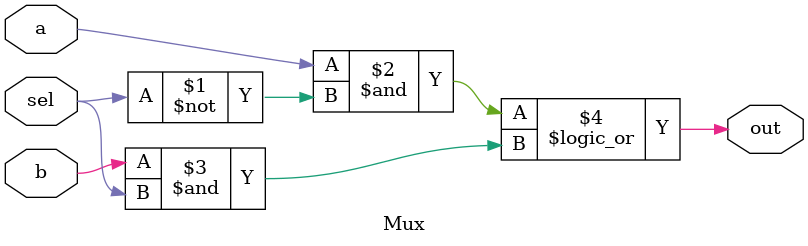
<source format=v>
module Mux(a, b, sel, out);
    input a, b, sel;
    output out;
    assign out = (a & ~sel) || (b & sel);
endmodule
</source>
